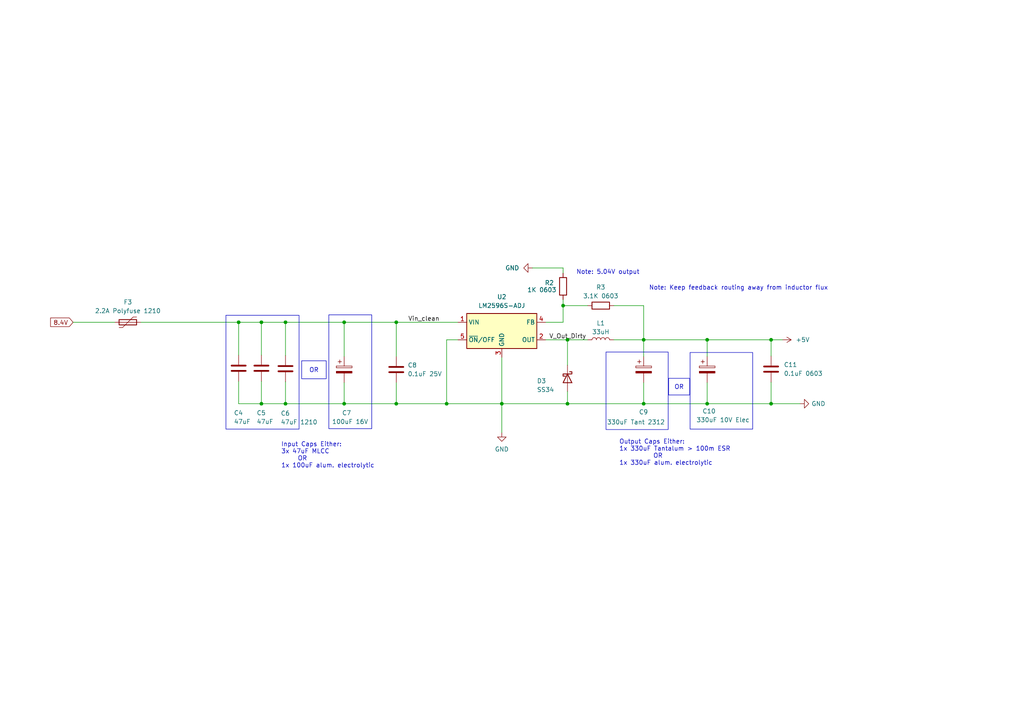
<source format=kicad_sch>
(kicad_sch (version 20230121) (generator eeschema)
  (paper "A4")
  (title_block (title "OpenActionCam") (date "2025-04-10") (rev "0.2") (company "KBader94") (comment 1 "https://github.com/kbader94/OpenActionCam"))
  (lib_symbols
    (symbol "Device:C" (pin_numbers hide) (pin_names (offset 0.254))
      (property "Reference" "C" (at 0.635 2.54 0))
      (property "Value" "C" (at 0.635 -2.54 0))
      (symbol "C_0_1"
        (polyline (pts (xy -2.032 -0.762) (xy 2.032 -0.762)) (stroke (width 0.508)))
        (polyline (pts (xy -2.032 0.762) (xy 2.032 0.762)) (stroke (width 0.508)))
      )
      (symbol "C_1_1"
        (pin passive line (at 0 3.81 270) (length 2.794) (name "~") (number "1"))
        (pin passive line (at 0 -3.81 90) (length 2.794) (name "~") (number "2"))
      )
    )
    (symbol "Device:C_Polarized" (pin_numbers hide) (pin_names (offset 0.254))
      (property "Reference" "C" (at 0.635 2.54 0))
      (property "Value" "C_Polarized" (at 0.635 -2.54 0))
      (symbol "C_Polarized_0_1"
        (rectangle (start -2.286 0.508) (end 2.286 1.016))
        (polyline (pts (xy -1.778 2.286) (xy -0.762 2.286)))
        (polyline (pts (xy -1.27 2.794) (xy -1.27 1.778)))
        (rectangle (start 2.286 -0.508) (end -2.286 -1.016) (fill (type outline)))
      )
      (symbol "C_Polarized_1_1"
        (pin passive line (at 0 3.81 270) (length 2.794) (name "~") (number "1"))
        (pin passive line (at 0 -3.81 90) (length 2.794) (name "~") (number "2"))
      )
    )
    (symbol "Device:D_Schottky" (pin_numbers hide) (pin_names (offset 1.016) hide)
      (property "Reference" "D" (at 0 2.54 0))
      (property "Value" "D_Schottky" (at 0 -2.54 0))
      (symbol "D_Schottky_0_1"
        (polyline (pts (xy 1.27 0) (xy -1.27 0)))
        (polyline (pts (xy 1.27 1.27) (xy 1.27 -1.27) (xy -1.27 0) (xy 1.27 1.27)) (stroke (width 0.254)))
        (polyline (pts (xy -1.905 0.635) (xy -1.905 1.27) (xy -1.27 1.27) (xy -1.27 -1.27) (xy -0.635 -1.27) (xy -0.635 -0.635)) (stroke (width 0.254)))
      )
      (symbol "D_Schottky_1_1"
        (pin passive line (at -3.81 0 0) (length 2.54) (name "K") (number "1"))
        (pin passive line (at 3.81 0 180) (length 2.54) (name "A") (number "2"))
      )
    )
    (symbol "Device:L" (pin_numbers hide) (pin_names (offset 1.016) hide)
      (property "Reference" "L" (at -1.27 0 90))
      (property "Value" "L" (at 1.905 0 90))
      (symbol "L_0_1"
        (arc (start 0 -2.54) (mid 0.6323 -1.905) (end 0 -1.27))
        (arc (start 0 -1.27) (mid 0.6323 -0.635) (end 0 0))
        (arc (start 0 0) (mid 0.6323 0.635) (end 0 1.27))
        (arc (start 0 1.27) (mid 0.6323 1.905) (end 0 2.54))
      )
      (symbol "L_1_1"
        (pin passive line (at 0 3.81 270) (length 1.27) (name "1") (number "1"))
        (pin passive line (at 0 -3.81 90) (length 1.27) (name "2") (number "2"))
      )
    )
    (symbol "Device:Polyfuse" (pin_numbers hide) (pin_names (offset 0))
      (property "Reference" "F" (at -2.54 0 90))
      (property "Value" "Polyfuse" (at 2.54 0 90))
      (symbol "Polyfuse_0_1"
        (rectangle (start -0.762 2.54) (end 0.762 -2.54) (stroke (width 0.254)))
        (polyline (pts (xy 0 2.54) (xy 0 -2.54)))
        (polyline (pts (xy -1.524 2.54) (xy -1.524 1.524) (xy 1.524 -1.524) (xy 1.524 -2.54)))
      )
      (symbol "Polyfuse_1_1"
        (pin passive line (at 0 3.81 270) (length 1.27) (name "~") (number "1"))
        (pin passive line (at 0 -3.81 90) (length 1.27) (name "~") (number "2"))
      )
    )
    (symbol "Device:R" (pin_numbers hide) (pin_names (offset 0))
      (property "Reference" "R" (at 2.032 0 90))
      (property "Value" "R" (at 0 0 90))
      (symbol "R_0_1"
        (rectangle (start -1.016 -2.54) (end 1.016 2.54) (stroke (width 0.254)))
      )
      (symbol "R_1_1"
        (pin passive line (at 0 3.81 270) (length 1.27) (name "~") (number "1"))
        (pin passive line (at 0 -3.81 90) (length 1.27) (name "~") (number "2"))
      )
    )
    (symbol "Regulator_Switching:LM2596S-ADJ"
      (property "Reference" "U" (at -10.16 6.35 0))
      (property "Value" "LM2596S-ADJ" (at 0 6.35 0))
      (symbol "LM2596S-ADJ_0_1"
        (rectangle (start -10.16 5.08) (end 10.16 -5.08) (stroke (width 0.254)) (fill (type background)))
      )
      (symbol "LM2596S-ADJ_1_1"
        (pin power_in line (at -12.7 2.54 0) (length 2.54) (name "VIN") (number "1"))
        (pin output line (at 12.7 -2.54 180) (length 2.54) (name "OUT") (number "2"))
        (pin power_in line (at 0 -7.62 90) (length 2.54) (name "GND") (number "3"))
        (pin input line (at 12.7 2.54 180) (length 2.54) (name "FB") (number "4"))
        (pin input line (at -12.7 -2.54 0) (length 2.54) (name "~{ON}/OFF") (number "5"))
      )
    )
    (symbol "power:+5V" (power) (pin_names (offset 0))
      (property "Value" "+5V" (at 0 3.556 0))
      (symbol "+5V_0_1"
        (polyline (pts (xy -0.762 1.27) (xy 0 2.54)))
        (polyline (pts (xy 0 0) (xy 0 2.54)))
        (polyline (pts (xy 0 2.54) (xy 0.762 1.27)))
      )
      (symbol "+5V_1_1"
        (pin power_in line (at 0 0 90) (length 0) hide (name "+5V") (number "1"))
      )
    )
    (symbol "power:GND" (power) (pin_names (offset 0))
      (property "Value" "GND" (at 0 -3.81 0))
      (symbol "GND_0_1"
        (polyline (pts (xy 0 0) (xy 0 -1.27) (xy 1.27 -1.27) (xy 0 -2.54) (xy -1.27 -1.27) (xy 0 -1.27)))
      )
      (symbol "GND_1_1"
        (pin power_in line (at 0 0 270) (length 0) hide (name "GND") (number "1"))
      )
    )
  )
  (junction (at 205.105 117.094))
  (junction (at 129.54 117.094))
  (junction (at 205.105 98.552))
  (junction (at 75.819 93.472))
  (junction (at 164.592 117.094))
  (junction (at 186.69 117.094))
  (junction (at 69.215 93.472))
  (junction (at 75.819 117.094))
  (junction (at 163.322 88.646))
  (junction (at 114.935 117.094))
  (junction (at 223.647 117.094))
  (junction (at 223.647 98.552))
  (junction (at 82.804 93.472))
  (junction (at 114.935 93.472))
  (junction (at 99.822 93.472))
  (junction (at 186.69 98.552))
  (junction (at 82.804 117.094))
  (junction (at 164.592 98.552))
  (junction (at 99.822 117.094))
  (junction (at 145.542 117.094))
  (wire (pts (xy 154.432 77.724) (xy 163.322 77.724)))
  (wire (pts (xy 158.242 98.552) (xy 164.592 98.552)))
  (wire (pts (xy 223.647 98.552) (xy 223.647 103.251)))
  (wire (pts (xy 164.592 113.538) (xy 164.592 117.094)))
  (wire (pts (xy 69.215 110.617) (xy 69.215 117.094)))
  (wire (pts (xy 186.69 110.998) (xy 186.69 117.094)))
  (wire (pts (xy 186.69 117.094) (xy 205.105 117.094)))
  (wire (pts (xy 163.322 77.724) (xy 163.322 79.248)))
  (wire (pts (xy 205.105 103.378) (xy 205.105 98.552)))
  (wire (pts (xy 163.322 88.646) (xy 163.322 86.868)))
  (wire (pts (xy 223.647 98.425) (xy 223.647 98.552)))
  (wire (pts (xy 82.804 117.094) (xy 99.822 117.094)))
  (wire (pts (xy 114.935 110.998) (xy 114.935 117.094)))
  (wire (pts (xy 99.822 103.378) (xy 99.822 93.472)))
  (wire (pts (xy 69.215 93.472) (xy 75.819 93.472)))
  (wire (pts (xy 205.105 110.998) (xy 205.105 117.094)))
  (wire (pts (xy 145.542 103.632) (xy 145.542 117.094)))
  (wire (pts (xy 99.822 93.472) (xy 114.935 93.472)))
  (wire (pts (xy 205.105 117.094) (xy 223.647 117.094)))
  (wire (pts (xy 82.804 103.124) (xy 82.804 93.472)))
  (wire (pts (xy 114.935 93.472) (xy 132.842 93.472)))
  (wire (pts (xy 132.842 98.552) (xy 129.54 98.552)))
  (wire (pts (xy 223.647 117.094) (xy 223.647 110.871)))
  (wire (pts (xy 163.322 93.472) (xy 158.242 93.472)))
  (wire (pts (xy 129.54 98.552) (xy 129.54 117.094)))
  (wire (pts (xy 164.592 98.552) (xy 164.592 105.918)))
  (wire (pts (xy 114.935 117.094) (xy 129.54 117.094)))
  (wire (pts (xy 75.819 110.617) (xy 75.819 117.094)))
  (wire (pts (xy 75.819 93.472) (xy 75.819 102.997)))
  (wire (pts (xy 164.592 117.094) (xy 145.542 117.094)))
  (wire (pts (xy 21.209 93.472) (xy 33.274 93.472)))
  (wire (pts (xy 69.215 93.472) (xy 69.215 102.997)))
  (wire (pts (xy 205.105 98.552) (xy 223.647 98.552)))
  (wire (pts (xy 186.69 103.378) (xy 186.69 98.552)))
  (wire (pts (xy 114.935 103.378) (xy 114.935 93.472)))
  (wire (pts (xy 223.647 98.552) (xy 226.949 98.552)))
  (wire (pts (xy 163.322 88.646) (xy 163.322 93.472)))
  (wire (pts (xy 186.69 98.552) (xy 186.69 88.646)))
  (wire (pts (xy 186.69 98.552) (xy 205.105 98.552)))
  (wire (pts (xy 186.69 98.552) (xy 178.054 98.552)))
  (wire (pts (xy 75.819 117.094) (xy 82.804 117.094)))
  (wire (pts (xy 170.434 98.552) (xy 164.592 98.552)))
  (wire (pts (xy 223.647 117.094) (xy 232.029 117.094)))
  (wire (pts (xy 40.894 93.472) (xy 69.215 93.472)))
  (wire (pts (xy 82.804 110.744) (xy 82.804 117.094)))
  (wire (pts (xy 129.54 117.094) (xy 145.542 117.094)))
  (wire (pts (xy 170.434 88.646) (xy 163.322 88.646)))
  (wire (pts (xy 75.819 93.472) (xy 82.804 93.472)))
  (wire (pts (xy 145.542 117.094) (xy 145.542 125.476)))
  (wire (pts (xy 69.215 117.094) (xy 75.819 117.094)))
  (wire (pts (xy 178.054 88.646) (xy 186.69 88.646)))
  (wire (pts (xy 82.804 93.472) (xy 99.822 93.472)))
  (wire (pts (xy 186.69 117.094) (xy 164.592 117.094)))
  (wire (pts (xy 99.822 110.998) (xy 99.822 117.094)))
  (wire (pts (xy 99.822 117.094) (xy 114.935 117.094)))
  (rectangle (start 65.532 91.44) (end 86.741 124.46))
  (rectangle (start 175.768 102.108) (end 193.802 124.587))
  (rectangle (start 200.152 102.235) (end 218.313 124.46))
  (rectangle (start 95.377 91.313) (end 107.823 124.333))
  (text_box "OR" (at 193.929 109.728 0) (size 6.096 4.826) (effects (font (size 1.27 1.27))))
  (text_box "OR" (at 87.503 104.648 0) (size 7.112 5.207) (effects (font (size 1.27 1.27))))
  (text "Note: 5.04V output\n" (at 167.132 79.756 0) (effects (font (size 1.27 1.27)) (justify left bottom)))
  (text "Input Caps Either:\n3x 47uF MLCC\n	OR\n1x 100uF alum. electrolytic" (at 81.534 135.89 0) (effects (font (size 1.27 1.27)) (justify left bottom)))
  (text "Output Caps Either:\n1x 330uF Tantalum > 100m ESR\n		OR\n1x 330uF alum. electrolytic\n" (at 179.578 135.128 0) (effects (font (size 1.27 1.27)) (justify left bottom)))
  (text "Note: Keep feedback routing away from inductor flux\n" (at 188.214 84.328 0) (effects (font (size 1.27 1.27)) (justify left bottom)))
  (label "Vin_clean" (at 118.364 93.472 0))
  (label "V_Out_Dirty" (at 159.258 98.552 0))
  (global_label "8.4V" (shape input) (at 21.209 93.472 180) (property "Intersheetrefs" "${INTERSHEET_REFS}" (effects hide)))
  (symbol (lib_id "Device:C_Polarized") (at 205.105 107.188 0) (unit 1)
    (property "Reference" "C10" (at 203.708 119.253 0) (effects (justify left)))
    (property "Value" "330uF 10V Elec" (at 201.93 121.793 0) (effects (justify left)))
    (property "Footprint" "Capacitor_SMD:C_Elec_6.3x7.7" (effects hide))
  )
  (symbol (lib_id "Device:C") (at 114.935 107.188 0) (unit 1)
    (property "Reference" "C8" (at 118.237 105.918 0) (effects (justify left)))
    (property "Value" "0.1uF 25V" (at 118.237 108.458 0) (effects (justify left)))
    (property "Footprint" "Capacitor_SMD:C_0603_1608Metric_Pad1.08x0.95mm_HandSolder" (effects hide))
  )
  (symbol (lib_id "Device:C") (at 82.804 106.934 0) (unit 1)
    (property "Reference" "C6" (at 81.407 119.888 0) (effects (justify left)))
    (property "Value" "47uF 1210" (at 81.407 122.428 0) (effects (justify left)))
    (property "Footprint" "Resistor_SMD:R_1210_3225Metric_Pad1.30x2.65mm_HandSolder" (effects hide))
  )
  (symbol (lib_id "power:GND") (at 145.542 125.476 0) (unit 1)
    (property "Reference" "#PWR013" (effects hide))
    (property "Value" "GND" (at 145.542 130.302 0))
  )
  (symbol (lib_id "Device:R") (at 163.322 83.058 0) (unit 1)
    (property "Reference" "R2" (at 157.988 82.042 0) (effects (justify left)))
    (property "Value" "1K 0603" (at 152.908 84.074 0) (effects (justify left)))
    (property "Footprint" "Resistor_SMD:R_0603_1608Metric_Pad0.98x0.95mm_HandSolder" (effects hide))
  )
  (symbol (lib_id "Device:C") (at 75.819 106.807 0) (unit 1)
    (property "Reference" "C5" (at 74.422 119.761 0) (effects (justify left)))
    (property "Value" "47uF" (at 74.422 122.301 0) (effects (justify left)))
    (property "Footprint" "Resistor_SMD:R_1210_3225Metric_Pad1.30x2.65mm_HandSolder" (effects hide))
  )
  (symbol (lib_id "Device:D_Schottky") (at 164.592 109.728 270) (unit 1)
    (property "Reference" "D3" (at 155.702 110.49 90) (effects (justify left)))
    (property "Value" "SS34" (at 155.702 113.03 90) (effects (justify left)))
    (property "Footprint" "Diode_SMD:D_SMA_Handsoldering" (effects hide))
  )
  (symbol (lib_id "Device:Polyfuse") (at 37.084 93.472 90) (unit 1)
    (property "Reference" "F3" (at 37.084 87.63 90))
    (property "Value" "2.2A Polyfuse 1210" (at 37.084 90.17 90))
    (property "Footprint" "Fuse:Fuse_1210_3225Metric_Pad1.42x2.65mm_HandSolder" (effects hide))
  )
  (symbol (lib_id "power:GND") (at 232.029 117.094 90) (unit 1)
    (property "Reference" "#PWR016" (effects hide))
    (property "Value" "GND" (at 235.331 117.094 90) (effects (justify right)))
  )
  (symbol (lib_id "Device:C") (at 69.215 106.807 0) (unit 1)
    (property "Reference" "C4" (at 67.818 119.761 0) (effects (justify left)))
    (property "Value" "47uF" (at 67.818 122.301 0) (effects (justify left)))
    (property "Footprint" "Resistor_SMD:R_1210_3225Metric_Pad1.30x2.65mm_HandSolder" (effects hide))
  )
  (symbol (lib_id "Regulator_Switching:LM2596S-ADJ") (at 145.542 96.012 0) (unit 1)
    (property "Reference" "U2" (at 145.542 86.106 0))
    (property "Value" "LM2596S-ADJ" (at 145.542 88.646 0))
    (property "Footprint" "Package_TO_SOT_SMD:TO-263-5_TabPin3" (effects hide))
    (property "Datasheet" "http://www.ti.com/lit/ds/symlink/lm2596.pdf" (effects hide))
  )
  (symbol (lib_id "Device:C") (at 223.647 107.061 0) (unit 1)
    (property "Reference" "C11" (at 227.33 105.791 0) (effects (justify left)))
    (property "Value" "0.1uF 0603" (at 227.33 108.331 0) (effects (justify left)))
    (property "Footprint" "Capacitor_SMD:C_0603_1608Metric_Pad1.08x0.95mm_HandSolder" (effects hide))
  )
  (symbol (lib_id "Device:C_Polarized") (at 186.69 107.188 0) (unit 1)
    (property "Reference" "C9" (at 185.293 119.507 0) (effects (justify left)))
    (property "Value" "330uF Tant 2312" (at 176.022 122.428 0) (effects (justify left)))
    (property "Footprint" "C _Tantalum - TAJC337K006RNJ:CAPPM6032X280N" (effects hide))
  )
  (symbol (lib_id "Device:L") (at 174.244 98.552 90) (unit 1)
    (property "Reference" "L1" (at 174.244 93.726 90))
    (property "Value" "33uH" (at 174.244 96.266 90))
    (property "Footprint" "Inductor -  125CDMCCDS 33uH:IND_125CDMCCDS-330MC" (effects hide))
  )
  (symbol (lib_id "power:+5V") (at 226.949 98.552 270) (unit 1)
    (property "Reference" "#PWR015" (effects hide))
    (property "Value" "+5V" (at 230.759 98.552 90) (effects (justify left)))
  )
  (symbol (lib_id "power:GND") (at 154.432 77.724 270) (unit 1)
    (property "Reference" "#PWR014" (effects hide))
    (property "Value" "GND" (at 150.622 77.724 90) (effects (justify right)))
  )
  (symbol (lib_id "Device:C_Polarized") (at 99.822 107.188 0) (unit 1)
    (property "Reference" "C7" (at 99.187 119.761 0) (effects (justify left)))
    (property "Value" "100uF 16V" (at 96.266 122.301 0) (effects (justify left)))
    (property "Footprint" "Capacitor_SMD:CP_Elec_6.3x7.7" (effects hide))
  )
  (symbol (lib_id "Device:R") (at 174.244 88.646 270) (unit 1)
    (property "Reference" "R3" (at 174.244 83.312 90))
    (property "Value" "3.1K 0603" (at 174.244 85.852 90))
    (property "Footprint" "Resistor_SMD:R_0603_1608Metric_Pad0.98x0.95mm_HandSolder" (effects hide))
  )
)
</source>
